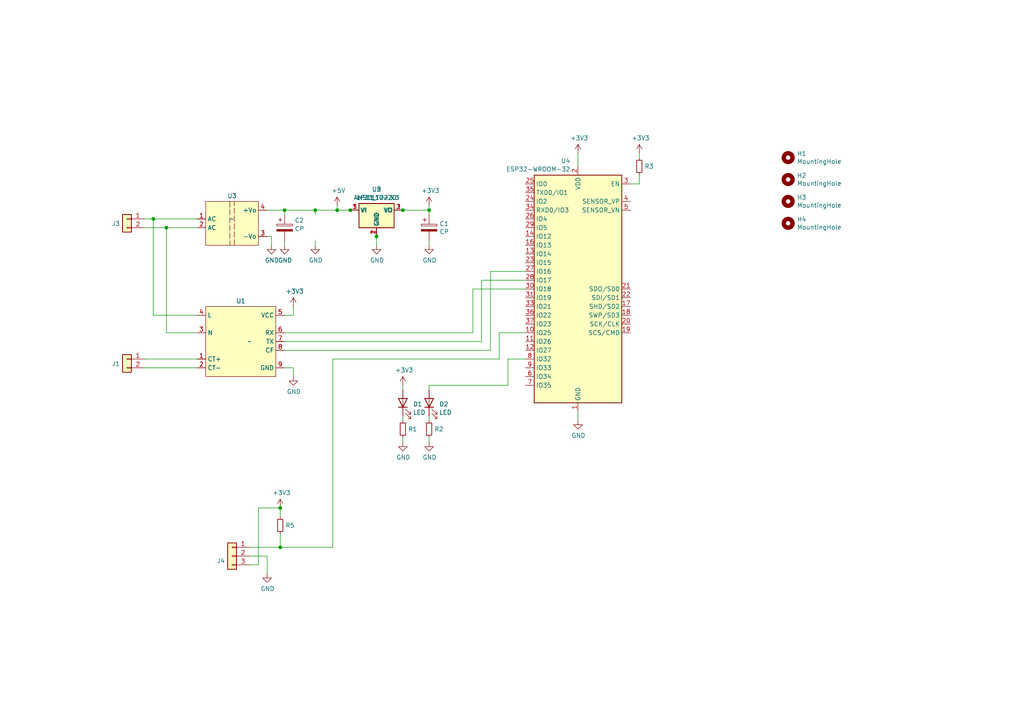
<source format=kicad_sch>
(kicad_sch (version 20230121) (generator eeschema)
  (paper "A4")
  (lib_symbols
    (symbol "Connector_Generic:Conn_01x02" (pin_names (offset 1.016) hide)
      (property "Reference" "J" (at 0 2.54 0))
      (property "Value" "Conn_01x02" (at 0 -5.08 0))
      (symbol "Conn_01x02_1_1"
        (rectangle (start -1.27 -2.413) (end 0 -2.667) (stroke (width 0.1524)))
        (rectangle (start -1.27 0.127) (end 0 -0.127) (stroke (width 0.1524)))
        (rectangle (start -1.27 1.27) (end 1.27 -3.81) (stroke (width 0.254)) (fill (type background)))
        (pin passive line (at -5.08 0 0) (length 3.81) (name "Pin_1") (number "1"))
        (pin passive line (at -5.08 -2.54 0) (length 3.81) (name "Pin_2") (number "2"))
      )
    )
    (symbol "Connector_Generic:Conn_01x03" (pin_names (offset 1.016) hide)
      (property "Reference" "J" (at 0 5.08 0))
      (property "Value" "Conn_01x03" (at 0 -5.08 0))
      (symbol "Conn_01x03_1_1"
        (rectangle (start -1.27 -2.413) (end 0 -2.667) (stroke (width 0.1524)))
        (rectangle (start -1.27 0.127) (end 0 -0.127) (stroke (width 0.1524)))
        (rectangle (start -1.27 2.667) (end 0 2.413) (stroke (width 0.1524)))
        (rectangle (start -1.27 3.81) (end 1.27 -3.81) (stroke (width 0.254)) (fill (type background)))
        (pin passive line (at -5.08 2.54 0) (length 3.81) (name "Pin_1") (number "1"))
        (pin passive line (at -5.08 0 0) (length 3.81) (name "Pin_2") (number "2"))
        (pin passive line (at -5.08 -2.54 0) (length 3.81) (name "Pin_3") (number "3"))
      )
    )
    (symbol "Device:CP" (pin_numbers hide) (pin_names (offset 0.254))
      (property "Reference" "C" (at 0.635 2.54 0))
      (property "Value" "Device_CP" (at 0.635 -2.54 0))
      (symbol "CP_0_1"
        (rectangle (start -2.286 0.508) (end 2.286 1.016))
        (polyline (pts (xy -1.778 2.286) (xy -0.762 2.286)))
        (polyline (pts (xy -1.27 2.794) (xy -1.27 1.778)))
        (rectangle (start 2.286 -0.508) (end -2.286 -1.016) (fill (type outline)))
      )
      (symbol "CP_1_1"
        (pin passive line (at 0 3.81 270) (length 2.794) (name "~") (number "1"))
        (pin passive line (at 0 -3.81 90) (length 2.794) (name "~") (number "2"))
      )
    )
    (symbol "Device:C_Polarized" (pin_numbers hide) (pin_names (offset 0.254))
      (property "Reference" "C" (at 0.635 2.54 0))
      (property "Value" "C_Polarized" (at 0.635 -2.54 0))
      (symbol "C_Polarized_0_1"
        (rectangle (start -2.286 0.508) (end 2.286 1.016))
        (polyline (pts (xy -1.778 2.286) (xy -0.762 2.286)))
        (polyline (pts (xy -1.27 2.794) (xy -1.27 1.778)))
        (rectangle (start 2.286 -0.508) (end -2.286 -1.016) (fill (type outline)))
      )
      (symbol "C_Polarized_1_1"
        (pin passive line (at 0 3.81 270) (length 2.794) (name "~") (number "1"))
        (pin passive line (at 0 -3.81 90) (length 2.794) (name "~") (number "2"))
      )
    )
    (symbol "Device:LED" (pin_numbers hide) (pin_names (offset 1.016) hide)
      (property "Reference" "D" (at 0 2.54 0))
      (property "Value" "LED" (at 0 -2.54 0))
      (symbol "LED_0_1"
        (polyline (pts (xy -1.27 -1.27) (xy -1.27 1.27)) (stroke (width 0.254)))
        (polyline (pts (xy -1.27 0) (xy 1.27 0)))
        (polyline (pts (xy 1.27 -1.27) (xy 1.27 1.27) (xy -1.27 0) (xy 1.27 -1.27)) (stroke (width 0.254)))
        (polyline (pts (xy -3.048 -0.762) (xy -4.572 -2.286) (xy -3.81 -2.286) (xy -4.572 -2.286) (xy -4.572 -1.524)))
        (polyline (pts (xy -1.778 -0.762) (xy -3.302 -2.286) (xy -2.54 -2.286) (xy -3.302 -2.286) (xy -3.302 -1.524)))
      )
      (symbol "LED_1_1"
        (pin passive line (at -3.81 0 0) (length 2.54) (name "K") (number "1"))
        (pin passive line (at 3.81 0 180) (length 2.54) (name "A") (number "2"))
      )
    )
    (symbol "Device:R_Small" (pin_numbers hide) (pin_names (offset 0.254) hide)
      (property "Reference" "R" (at 0.762 0.508 0))
      (property "Value" "R_Small" (at 0.762 -1.016 0))
      (symbol "R_Small_0_1"
        (rectangle (start -0.762 1.778) (end 0.762 -1.778) (stroke (width 0.2032)))
      )
      (symbol "R_Small_1_1"
        (pin passive line (at 0 2.54 270) (length 0.762) (name "~") (number "1"))
        (pin passive line (at 0 -2.54 90) (length 0.762) (name "~") (number "2"))
      )
    )
    (symbol "Mechanical:MountingHole" (pin_names (offset 1.016))
      (property "Reference" "H" (at 0 5.08 0))
      (property "Value" "MountingHole" (at 0 3.175 0))
      (symbol "MountingHole_0_1"
        (circle (center 0 0) (radius 1.27) (stroke (width 1.27)))
      )
    )
    (symbol "RF_Module:ESP32-WROOM-32"
      (property "Reference" "U" (at -12.7 34.29 0))
      (property "Value" "ESP32-WROOM-32" (at 1.27 34.29 0))
      (symbol "ESP32-WROOM-32_0_1"
        (rectangle (start -12.7 33.02) (end 12.7 -33.02) (stroke (width 0.254)) (fill (type background)))
      )
      (symbol "ESP32-WROOM-32_1_1"
        (pin power_in line (at 0 -35.56 90) (length 2.54) (name "GND") (number "1"))
        (pin bidirectional line (at 15.24 -12.7 180) (length 2.54) (name "IO25") (number "10"))
        (pin bidirectional line (at 15.24 -15.24 180) (length 2.54) (name "IO26") (number "11"))
        (pin bidirectional line (at 15.24 -17.78 180) (length 2.54) (name "IO27") (number "12"))
        (pin bidirectional line (at 15.24 10.16 180) (length 2.54) (name "IO14") (number "13"))
        (pin bidirectional line (at 15.24 15.24 180) (length 2.54) (name "IO12") (number "14"))
        (pin passive line (at 0 -35.56 90) (length 2.54) hide (name "GND") (number "15"))
        (pin bidirectional line (at 15.24 12.7 180) (length 2.54) (name "IO13") (number "16"))
        (pin bidirectional line (at -15.24 -5.08 0) (length 2.54) (name "SHD/SD2") (number "17"))
        (pin bidirectional line (at -15.24 -7.62 0) (length 2.54) (name "SWP/SD3") (number "18"))
        (pin bidirectional line (at -15.24 -12.7 0) (length 2.54) (name "SCS/CMD") (number "19"))
        (pin power_in line (at 0 35.56 270) (length 2.54) (name "VDD") (number "2"))
        (pin bidirectional line (at -15.24 -10.16 0) (length 2.54) (name "SCK/CLK") (number "20"))
        (pin bidirectional line (at -15.24 0 0) (length 2.54) (name "SDO/SD0") (number "21"))
        (pin bidirectional line (at -15.24 -2.54 0) (length 2.54) (name "SDI/SD1") (number "22"))
        (pin bidirectional line (at 15.24 7.62 180) (length 2.54) (name "IO15") (number "23"))
        (pin bidirectional line (at 15.24 25.4 180) (length 2.54) (name "IO2") (number "24"))
        (pin bidirectional line (at 15.24 30.48 180) (length 2.54) (name "IO0") (number "25"))
        (pin bidirectional line (at 15.24 20.32 180) (length 2.54) (name "IO4") (number "26"))
        (pin bidirectional line (at 15.24 5.08 180) (length 2.54) (name "IO16") (number "27"))
        (pin bidirectional line (at 15.24 2.54 180) (length 2.54) (name "IO17") (number "28"))
        (pin bidirectional line (at 15.24 17.78 180) (length 2.54) (name "IO5") (number "29"))
        (pin input line (at -15.24 30.48 0) (length 2.54) (name "EN") (number "3"))
        (pin bidirectional line (at 15.24 0 180) (length 2.54) (name "IO18") (number "30"))
        (pin bidirectional line (at 15.24 -2.54 180) (length 2.54) (name "IO19") (number "31"))
        (pin no_connect line (at -12.7 -27.94 0) (length 2.54) hide (name "NC") (number "32"))
        (pin bidirectional line (at 15.24 -5.08 180) (length 2.54) (name "IO21") (number "33"))
        (pin bidirectional line (at 15.24 22.86 180) (length 2.54) (name "RXD0/IO3") (number "34"))
        (pin bidirectional line (at 15.24 27.94 180) (length 2.54) (name "TXD0/IO1") (number "35"))
        (pin bidirectional line (at 15.24 -7.62 180) (length 2.54) (name "IO22") (number "36"))
        (pin bidirectional line (at 15.24 -10.16 180) (length 2.54) (name "IO23") (number "37"))
        (pin passive line (at 0 -35.56 90) (length 2.54) hide (name "GND") (number "38"))
        (pin passive line (at 0 -35.56 90) (length 2.54) hide (name "GND") (number "39"))
        (pin input line (at -15.24 25.4 0) (length 2.54) (name "SENSOR_VP") (number "4"))
        (pin input line (at -15.24 22.86 0) (length 2.54) (name "SENSOR_VN") (number "5"))
        (pin input line (at 15.24 -25.4 180) (length 2.54) (name "IO34") (number "6"))
        (pin input line (at 15.24 -27.94 180) (length 2.54) (name "IO35") (number "7"))
        (pin bidirectional line (at 15.24 -20.32 180) (length 2.54) (name "IO32") (number "8"))
        (pin bidirectional line (at 15.24 -22.86 180) (length 2.54) (name "IO33") (number "9"))
      )
    )
    (symbol "Regulator_Linear:AMS1117-3.3"
      (property "Reference" "U" (at -3.81 3.175 0))
      (property "Value" "AMS1117-3.3" (at 0 3.175 0))
      (symbol "AMS1117-3.3_0_1"
        (rectangle (start -5.08 -5.08) (end 5.08 1.905) (stroke (width 0.254)) (fill (type background)))
      )
      (symbol "AMS1117-3.3_1_1"
        (pin power_in line (at 0 -7.62 90) (length 2.54) (name "GND") (number "1"))
        (pin power_out line (at 7.62 0 180) (length 2.54) (name "VO") (number "2"))
        (pin power_in line (at -7.62 0 0) (length 2.54) (name "VI") (number "3"))
      )
    )
    (symbol "Regulator_Linear:LF33_TO220" (pin_names (offset 0.254))
      (property "Reference" "U" (at -3.81 3.175 0))
      (property "Value" "LF33_TO220" (at 0 3.175 0))
      (symbol "LF33_TO220_0_1"
        (rectangle (start -5.08 1.905) (end 5.08 -5.08) (stroke (width 0.254)) (fill (type background)))
      )
      (symbol "LF33_TO220_1_1"
        (pin power_in line (at -7.62 0 0) (length 2.54) (name "VI") (number "1"))
        (pin power_in line (at 0 -7.62 90) (length 2.54) (name "GND") (number "2"))
        (pin power_out line (at 7.62 0 180) (length 2.54) (name "VO") (number "3"))
      )
    )
    (symbol "custom:HLK-PM01"
      (property "Reference" "U" (at -3.175 6.35 0))
      (symbol "HLK-PM01_1_1"
        (rectangle (start -7.62 5.08) (end 7.62 -7.62) (fill (type background)))
        (polyline (pts (xy -0.635 5.08) (xy -0.635 -7.62)) (stroke (width 0) (type dash)))
        (polyline (pts (xy 0.635 -7.62) (xy 0.635 5.08)) (stroke (width 0) (type dash)))
        (pin power_in line (at -10.16 0 0) (length 2.54) (name "AC") (number "1"))
        (pin power_in line (at -10.16 -2.54 0) (length 2.54) (name "AC") (number "2"))
        (pin power_out line (at 10.16 -5.08 180) (length 2.54) (name "-Vo") (number "3"))
        (pin power_out line (at 10.16 2.54 180) (length 2.54) (name "+Vo") (number "4"))
      )
    )
    (symbol "custom:PZEM-004T-100A-D-P"
      (property "Reference" "U" (at -10.16 12.065 0))
      (symbol "PZEM-004T-100A-D-P_1_1"
        (rectangle (start -12.7 10.16) (end 7.62 -10.16) (fill (type background)))
        (pin input line (at -15.24 -5.08 0) (length 2.54) (name "CT+") (number "1"))
        (pin input line (at -15.24 -7.62 0) (length 2.54) (name "CT-") (number "2"))
        (pin input line (at -15.24 2.54 0) (length 2.54) (name "N") (number "3"))
        (pin input line (at -15.24 7.62 0) (length 2.54) (name "L") (number "4"))
        (pin power_in line (at 10.16 7.62 180) (length 2.54) (name "VCC") (number "5"))
        (pin open_collector line (at 10.16 2.54 180) (length 2.54) (name "RX") (number "6"))
        (pin open_collector line (at 10.16 0 180) (length 2.54) (name "TX") (number "7"))
        (pin open_collector line (at 10.16 -2.54 180) (length 2.54) (name "CF") (number "8"))
        (pin power_in line (at 10.16 -7.62 180) (length 2.54) (name "GND") (number "9"))
      )
    )
    (symbol "power:+3V3" (power) (pin_names (offset 0))
      (property "Value" "+3V3" (at 0 3.556 0))
      (symbol "+3V3_0_1"
        (polyline (pts (xy -0.762 1.27) (xy 0 2.54)))
        (polyline (pts (xy 0 0) (xy 0 2.54)))
        (polyline (pts (xy 0 2.54) (xy 0.762 1.27)))
      )
      (symbol "+3V3_1_1"
        (pin power_in line (at 0 0 90) (length 0) hide (name "+3V3") (number "1"))
      )
    )
    (symbol "power:+5V" (power) (pin_names (offset 0))
      (property "Value" "+5V" (at 0 3.556 0))
      (symbol "+5V_0_1"
        (polyline (pts (xy -0.762 1.27) (xy 0 2.54)))
        (polyline (pts (xy 0 0) (xy 0 2.54)))
        (polyline (pts (xy 0 2.54) (xy 0.762 1.27)))
      )
      (symbol "+5V_1_1"
        (pin power_in line (at 0 0 90) (length 0) hide (name "+5V") (number "1"))
      )
    )
    (symbol "power:GND" (power) (pin_names (offset 0))
      (property "Value" "GND" (at 0 -3.81 0))
      (symbol "GND_0_1"
        (polyline (pts (xy 0 0) (xy 0 -1.27) (xy 1.27 -1.27) (xy 0 -2.54) (xy -1.27 -1.27) (xy 0 -1.27)))
      )
      (symbol "GND_1_1"
        (pin power_in line (at 0 0 270) (length 0) hide (name "GND") (number "1"))
      )
    )
  )
  (junction (at 124.46 60.96))
  (junction (at 116.84 60.96))
  (junction (at 101.6 60.96))
  (junction (at 109.22 68.58))
  (junction (at 44.45 63.5))
  (junction (at 82.55 60.96))
  (junction (at 81.28 147.32))
  (junction (at 81.28 158.75))
  (junction (at 97.79 60.96))
  (junction (at 48.26 66.04))
  (junction (at 91.44 60.96))
  (wire (pts (xy 81.28 158.75) (xy 96.52 158.75)))
  (wire (pts (xy 85.09 91.44) (xy 82.55 91.44)))
  (wire (pts (xy 78.74 68.58) (xy 77.47 68.58)))
  (wire (pts (xy 185.42 50.8) (xy 185.42 53.34)))
  (wire (pts (xy 147.32 104.14) (xy 147.32 111.76)))
  (wire (pts (xy 82.55 60.96) (xy 91.44 60.96)))
  (wire (pts (xy 144.78 96.52) (xy 144.78 104.14)))
  (wire (pts (xy 96.52 104.14) (xy 96.52 158.75)))
  (wire (pts (xy 185.42 53.34) (xy 182.88 53.34)))
  (wire (pts (xy 147.32 111.76) (xy 124.46 111.76)))
  (wire (pts (xy 139.7 81.28) (xy 139.7 99.06)))
  (wire (pts (xy 137.16 96.52) (xy 82.55 96.52)))
  (wire (pts (xy 48.26 66.04) (xy 57.15 66.04)))
  (wire (pts (xy 116.84 60.96) (xy 124.46 60.96)))
  (wire (pts (xy 44.45 91.44) (xy 57.15 91.44)))
  (wire (pts (xy 109.22 68.58) (xy 109.22 71.12)))
  (wire (pts (xy 82.55 69.85) (xy 82.55 71.12)))
  (wire (pts (xy 85.09 88.9) (xy 85.09 91.44)))
  (wire (pts (xy 124.46 120.65) (xy 124.46 121.92)))
  (wire (pts (xy 41.91 106.68) (xy 57.15 106.68)))
  (wire (pts (xy 139.7 81.28) (xy 152.4 81.28)))
  (wire (pts (xy 77.47 60.96) (xy 82.55 60.96)))
  (wire (pts (xy 74.93 147.32) (xy 81.28 147.32)))
  (wire (pts (xy 144.78 104.14) (xy 96.52 104.14)))
  (wire (pts (xy 41.91 66.04) (xy 48.26 66.04)))
  (wire (pts (xy 116.84 111.76) (xy 116.84 113.03)))
  (wire (pts (xy 44.45 63.5) (xy 57.15 63.5)))
  (wire (pts (xy 185.42 44.45) (xy 185.42 45.72)))
  (wire (pts (xy 124.46 60.96) (xy 124.46 62.23)))
  (wire (pts (xy 116.84 120.65) (xy 116.84 121.92)))
  (wire (pts (xy 91.44 60.96) (xy 97.79 60.96)))
  (wire (pts (xy 41.91 63.5) (xy 44.45 63.5)))
  (wire (pts (xy 85.09 106.68) (xy 82.55 106.68)))
  (wire (pts (xy 85.09 109.22) (xy 85.09 106.68)))
  (wire (pts (xy 124.46 127) (xy 124.46 128.27)))
  (wire (pts (xy 91.44 69.85) (xy 91.44 71.12)))
  (wire (pts (xy 152.4 104.14) (xy 147.32 104.14)))
  (wire (pts (xy 142.24 78.74) (xy 142.24 101.6)))
  (wire (pts (xy 142.24 101.6) (xy 82.55 101.6)))
  (wire (pts (xy 72.39 158.75) (xy 81.28 158.75)))
  (wire (pts (xy 124.46 69.85) (xy 124.46 71.12)))
  (wire (pts (xy 77.47 161.29) (xy 72.39 161.29)))
  (wire (pts (xy 139.7 99.06) (xy 82.55 99.06)))
  (wire (pts (xy 167.64 44.45) (xy 167.64 48.26)))
  (wire (pts (xy 152.4 96.52) (xy 144.78 96.52)))
  (wire (pts (xy 101.6 60.96) (xy 97.79 60.96)))
  (wire (pts (xy 97.79 60.96) (xy 97.79 59.69)))
  (wire (pts (xy 48.26 96.52) (xy 57.15 96.52)))
  (wire (pts (xy 124.46 111.76) (xy 124.46 113.03)))
  (wire (pts (xy 77.47 161.29) (xy 77.47 166.37)))
  (wire (pts (xy 91.44 60.96) (xy 91.44 62.23)))
  (wire (pts (xy 137.16 83.82) (xy 137.16 96.52)))
  (wire (pts (xy 167.64 121.92) (xy 167.64 119.38)))
  (wire (pts (xy 81.28 147.32) (xy 81.28 149.86)))
  (wire (pts (xy 82.55 60.96) (xy 82.55 62.23)))
  (wire (pts (xy 74.93 147.32) (xy 74.93 163.83)))
  (wire (pts (xy 44.45 91.44) (xy 44.45 63.5)))
  (wire (pts (xy 48.26 66.04) (xy 48.26 96.52)))
  (wire (pts (xy 78.74 71.12) (xy 78.74 68.58)))
  (wire (pts (xy 137.16 83.82) (xy 152.4 83.82)))
  (wire (pts (xy 142.24 78.74) (xy 152.4 78.74)))
  (wire (pts (xy 41.91 104.14) (xy 57.15 104.14)))
  (wire (pts (xy 124.46 59.69) (xy 124.46 60.96)))
  (wire (pts (xy 81.28 158.75) (xy 81.28 154.94)))
  (wire (pts (xy 74.93 163.83) (xy 72.39 163.83)))
  (wire (pts (xy 116.84 127) (xy 116.84 128.27)))
  (symbol (lib_id "power:GND") (at 167.64 121.92 0) (unit 1)
    (property "Reference" "#PWR026" (effects hide))
    (property "Value" "GND" (at 167.767 126.3142 0))
  )
  (symbol (lib_id "Mechanical:MountingHole") (at 228.6 45.72 0) (unit 1)
    (property "Reference" "H1" (at 231.14 44.5516 0) (effects (justify left)))
    (property "Value" "MountingHole" (at 231.14 46.863 0) (effects (justify left)))
    (property "Footprint" "MountingHole:MountingHole_3.2mm_M3_Pad_Via" (effects hide))
  )
  (symbol (lib_id "Mechanical:MountingHole") (at 228.6 52.07 0) (unit 1)
    (property "Reference" "H2" (at 231.14 50.9016 0) (effects (justify left)))
    (property "Value" "MountingHole" (at 231.14 53.213 0) (effects (justify left)))
    (property "Footprint" "MountingHole:MountingHole_3.2mm_M3_Pad_Via" (effects hide))
  )
  (symbol (lib_id "Mechanical:MountingHole") (at 228.6 58.42 0) (unit 1)
    (property "Reference" "H3" (at 231.14 57.2516 0) (effects (justify left)))
    (property "Value" "MountingHole" (at 231.14 59.563 0) (effects (justify left)))
    (property "Footprint" "MountingHole:MountingHole_3.2mm_M3_Pad_Via" (effects hide))
  )
  (symbol (lib_id "Mechanical:MountingHole") (at 228.6 64.77 0) (unit 1)
    (property "Reference" "H4" (at 231.14 63.6016 0) (effects (justify left)))
    (property "Value" "MountingHole" (at 231.14 65.913 0) (effects (justify left)))
    (property "Footprint" "MountingHole:MountingHole_3.2mm_M3_Pad_Via" (effects hide))
  )
  (symbol (lib_id "Device:R_Small") (at 116.84 124.46 0) (unit 1)
    (property "Reference" "R1" (at 118.3386 124.46 0) (effects (justify left)))
    (property "Value" "R_Small" (effects hide))
    (property "Footprint" "Resistor_THT:R_Axial_DIN0207_L6.3mm_D2.5mm_P10.16mm_Horizontal" (effects hide))
  )
  (symbol (lib_id "Regulator_Linear:LF33_TO220") (at 109.22 60.96 0) (unit 1)
    (property "Reference" "U5" (at 109.22 54.9107 0))
    (property "Value" "LF33_TO220" (at 109.22 57.3349 0))
    (property "Footprint" "Package_TO_SOT_THT:TO-220-3_Vertical" (effects hide))
    (property "Datasheet" "http://www.st.com/content/ccc/resource/technical/document/datasheet/c4/0e/7e/2a/be/bc/4c/bd/CD00000546.pdf/files/CD00000546.pdf/jcr:content/translations/en.CD00000546.pdf" (effects hide))
  )
  (symbol (lib_id "power:+3V3") (at 124.46 59.69 0) (unit 1)
    (property "Reference" "#PWR012" (effects hide))
    (property "Value" "+3V3" (at 124.841 55.2958 0))
  )
  (symbol (lib_id "custom:PZEM-004T-100A-D-P") (at 72.39 99.06 0) (unit 1)
    (property "Reference" "U1" (at 69.85 87.3069 0))
    (property "Value" "~" (at 72.39 99.06 0))
    (property "Footprint" "custom:PZEM-004T-100A-D-P" (effects hide))
  )
  (symbol (lib_id "power:+3V3") (at 185.42 44.45 0) (unit 1)
    (property "Reference" "#PWR016" (effects hide))
    (property "Value" "+3V3" (at 185.801 40.0558 0))
  )
  (symbol (lib_id "power:GND") (at 116.84 128.27 0) (unit 1)
    (property "Reference" "#PWR013" (effects hide))
    (property "Value" "GND" (at 116.967 132.6642 0))
  )
  (symbol (lib_id "power:GND") (at 78.74 71.12 0) (unit 1)
    (property "Reference" "#PWR09" (effects hide))
    (property "Value" "GND" (at 78.867 75.5142 0))
  )
  (symbol (lib_id "Connector_Generic:Conn_01x02") (at 36.83 63.5 0) (mirror y) (unit 1)
    (property "Reference" "J3" (at 34.798 64.8716 0) (effects (justify left)))
    (property "Value" "Conn_01x02" (effects hide))
    (property "Footprint" "custom:WE 691411410002 - 2 Pin Wire-To-Board Terminal Block" (effects hide))
  )
  (symbol (lib_id "power:GND") (at 109.22 71.12 0) (unit 1)
    (property "Reference" "#PWR010" (effects hide))
    (property "Value" "GND" (at 109.347 75.5142 0))
  )
  (symbol (lib_id "Device:R_Small") (at 81.28 152.4 0) (unit 1)
    (property "Reference" "R5" (at 82.7786 152.4 0) (effects (justify left)))
    (property "Value" "R_Small" (effects hide))
    (property "Footprint" "Resistor_THT:R_Axial_DIN0207_L6.3mm_D2.5mm_P10.16mm_Horizontal" (effects hide))
  )
  (symbol (lib_id "RF_Module:ESP32-WROOM-32") (at 167.64 83.82 0) (mirror y) (unit 1)
    (property "Reference" "U4" (at 165.4459 46.6557 0) (effects (justify left)))
    (property "Value" "ESP32-WROOM-32" (at 165.4459 49.0799 0) (effects (justify left)))
    (property "Footprint" "RF_Module:ESP32-WROOM-32" (effects hide))
    (property "Datasheet" "https://www.espressif.com/sites/default/files/documentation/esp32-wroom-32_datasheet_en.pdf" (effects hide))
  )
  (symbol (lib_id "Device:R_Small") (at 124.46 124.46 0) (unit 1)
    (property "Reference" "R2" (at 125.9586 124.46 0) (effects (justify left)))
    (property "Value" "R_Small" (effects hide))
    (property "Footprint" "Resistor_THT:R_Axial_DIN0207_L6.3mm_D2.5mm_P10.16mm_Horizontal" (effects hide))
  )
  (symbol (lib_id "power:GND") (at 85.09 109.22 0) (unit 1)
    (property "Reference" "#PWR01" (effects hide))
    (property "Value" "GND" (at 85.217 113.6142 0))
  )
  (symbol (lib_id "Device:R_Small") (at 185.42 48.26 0) (unit 1)
    (property "Reference" "R3" (at 186.9186 48.26 0) (effects (justify left)))
    (property "Value" "R_Small" (effects hide))
    (property "Footprint" "Resistor_THT:R_Axial_DIN0207_L6.3mm_D2.5mm_P10.16mm_Horizontal" (effects hide))
  )
  (symbol (lib_id "power:+5V") (at 97.79 59.69 0) (unit 1)
    (property "Reference" "#PWR03" (effects hide))
    (property "Value" "+5V" (at 98.171 55.2958 0))
  )
  (symbol (lib_id "Device:C_Polarized") (at 82.55 66.04 0) (unit 1)
    (property "Reference" "C2" (at 85.471 63.9389 0) (effects (justify left)))
    (property "Value" "CP" (at 85.471 66.3631 0) (effects (justify left)))
    (property "Footprint" "Capacitor_THT:CP_Radial_D10.0mm_P2.50mm_P5.00mm" (effects hide))
  )
  (symbol (lib_id "power:+3V3") (at 116.84 111.76 0) (unit 1)
    (property "Reference" "#PWR015" (effects hide))
    (property "Value" "+3V3" (at 117.221 107.3658 0))
  )
  (symbol (lib_id "Connector_Generic:Conn_01x03") (at 67.31 161.29 0) (mirror y) (unit 1)
    (property "Reference" "J4" (at 65.278 162.6616 0) (effects (justify left)))
    (property "Value" "Conn_01x04" (effects hide))
    (property "Footprint" "Connector_JST:JST_XH_B3B-XH-A_1x03_P2.50mm_Vertical" (effects hide))
  )
  (symbol (lib_id "Connector_Generic:Conn_01x02") (at 36.83 104.14 0) (mirror y) (unit 1)
    (property "Reference" "J1" (at 34.798 105.5116 0) (effects (justify left)))
    (property "Value" "Conn_01x04" (effects hide))
    (property "Footprint" "Connector_JST:JST_XH_B2B-XH-A_1x02_P2.50mm_Vertical" (effects hide))
  )
  (symbol (lib_id "power:GND") (at 91.44 71.12 0) (unit 1)
    (property "Reference" "#PWR05" (effects hide))
    (property "Value" "GND" (at 91.567 75.5142 0))
  )
  (symbol (lib_id "Device:CP") (at 124.46 66.04 0) (unit 1)
    (property "Reference" "C1" (at 127.4572 64.8716 0) (effects (justify left)))
    (property "Value" "CP" (at 127.4572 67.183 0) (effects (justify left)))
    (property "Footprint" "Capacitor_THT:CP_Radial_D8.0mm_P2.50mm" (effects hide))
  )
  (symbol (lib_id "power:GND") (at 124.46 128.27 0) (unit 1)
    (property "Reference" "#PWR014" (effects hide))
    (property "Value" "GND" (at 124.587 132.6642 0))
  )
  (symbol (lib_id "power:+3V3") (at 167.64 44.45 0) (unit 1)
    (property "Reference" "#PWR06" (effects hide))
    (property "Value" "+3V3" (at 168.021 40.0558 0))
  )
  (symbol (lib_id "power:GND") (at 77.47 166.37 0) (unit 1)
    (property "Reference" "#PWR07" (effects hide))
    (property "Value" "GND" (at 77.597 170.7642 0))
  )
  (symbol (lib_id "Device:LED") (at 116.84 116.84 90) (unit 1)
    (property "Reference" "D1" (at 119.761 117.2154 90) (effects (justify right)))
    (property "Value" "LED" (at 119.761 119.6396 90) (effects (justify right)))
    (property "Footprint" "LED_THT:LED_D5.0mm" (effects hide))
  )
  (symbol (lib_id "power:GND") (at 124.46 71.12 0) (unit 1)
    (property "Reference" "#PWR011" (effects hide))
    (property "Value" "GND" (at 124.587 75.5142 0))
  )
  (symbol (lib_id "custom:HLK-PM01") (at 67.31 63.5 0) (unit 1)
    (property "Reference" "U3" (at 67.31 56.8269 0))
    (property "Value" "~" (at 67.31 63.5 0))
    (property "Footprint" "custom:HLK-PM01" (effects hide))
    (property "Datasheet" "https://jlcpcb.com/partdetail/hilink-HLKPM01/C209903" (effects hide))
  )
  (symbol (lib_id "power:GND") (at 82.55 71.12 0) (unit 1)
    (property "Reference" "#PWR04" (effects hide))
    (property "Value" "GND" (at 82.677 75.5142 0))
  )
  (symbol (lib_id "Regulator_Linear:AMS1117-3.3") (at 109.22 60.96 0) (unit 1)
    (property "Reference" "U2" (at 109.22 54.9107 0))
    (property "Value" "AMS1117-3.3" (at 109.22 57.3349 0))
    (property "Footprint" "Package_TO_SOT_SMD:SOT-223-3_TabPin2" (effects hide))
    (property "Datasheet" "http://www.advanced-monolithic.com/pdf/ds1117.pdf" (effects hide))
  )
  (symbol (lib_id "power:+3V3") (at 81.28 147.32 0) (unit 1)
    (property "Reference" "#PWR08" (effects hide))
    (property "Value" "+3V3" (at 81.661 142.9258 0))
  )
  (symbol (lib_id "power:+3V3") (at 85.09 88.9 0) (unit 1)
    (property "Reference" "#PWR02" (effects hide))
    (property "Value" "+3V3" (at 85.471 84.5058 0))
  )
  (symbol (lib_id "Device:LED") (at 124.46 116.84 90) (unit 1)
    (property "Reference" "D2" (at 127.381 117.2154 90) (effects (justify right)))
    (property "Value" "LED" (at 127.381 119.6396 90) (effects (justify right)))
    (property "Footprint" "LED_THT:LED_D5.0mm" (effects hide))
  )
)
</source>
